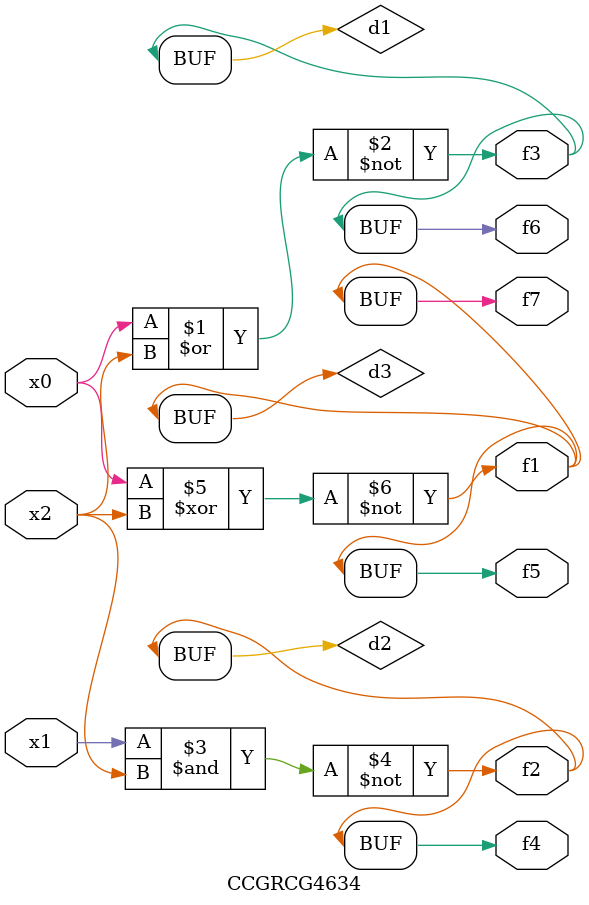
<source format=v>
module CCGRCG4634(
	input x0, x1, x2,
	output f1, f2, f3, f4, f5, f6, f7
);

	wire d1, d2, d3;

	nor (d1, x0, x2);
	nand (d2, x1, x2);
	xnor (d3, x0, x2);
	assign f1 = d3;
	assign f2 = d2;
	assign f3 = d1;
	assign f4 = d2;
	assign f5 = d3;
	assign f6 = d1;
	assign f7 = d3;
endmodule

</source>
